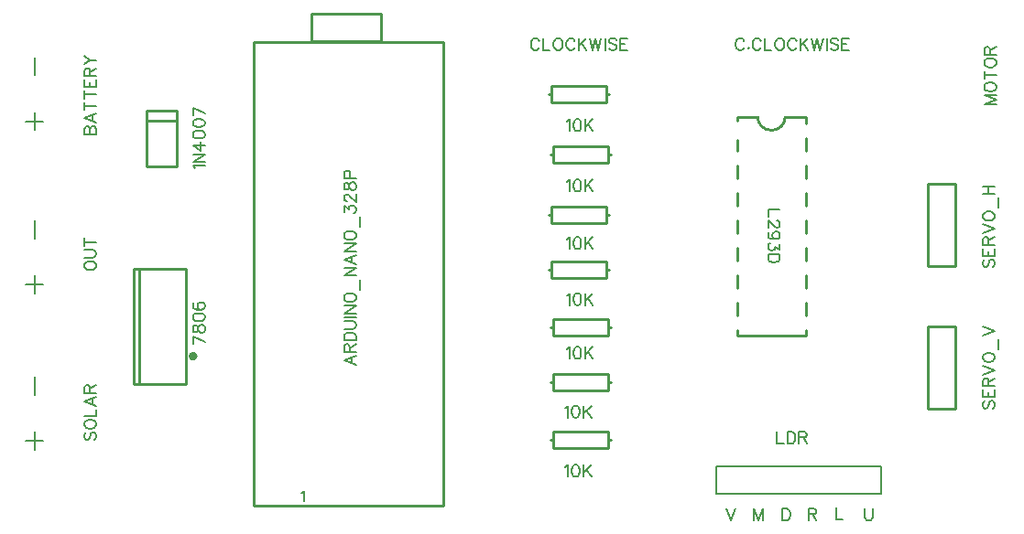
<source format=gto>
G04 Layer: TopSilkLayer*
G04 EasyEDA v6.4.17, 2021-05-05T15:15:58+05:30*
G04 32aec41ae17d46a98470db9f640d5259,83cefa92b6ce4236bac46178dd46d778,10*
G04 Gerber Generator version 0.2*
G04 Scale: 100 percent, Rotated: No, Reflected: No *
G04 Dimensions in millimeters *
G04 leading zeros omitted , absolute positions ,4 integer and 5 decimal *
%FSLAX45Y45*%
%MOMM*%

%ADD10C,0.2540*%
%ADD12C,0.2032*%
%ADD25C,0.2030*%
%ADD26C,0.4000*%
%ADD27C,0.1524*%

%LPD*%
D12*
X-9816592Y6331457D02*
G01*
X-9650476Y6331457D01*
X-9733534Y6248400D02*
G01*
X-9733534Y6414770D01*
X-9733534Y6756400D02*
G01*
X-9733534Y6922770D01*
X-9816592Y9290558D02*
G01*
X-9650476Y9290558D01*
X-9733534Y9207500D02*
G01*
X-9733534Y9373870D01*
X-9733534Y9715500D02*
G01*
X-9733534Y9881870D01*
X-9816592Y7779258D02*
G01*
X-9650476Y7779258D01*
X-9733534Y7696200D02*
G01*
X-9733534Y7862570D01*
X-9733534Y8204200D02*
G01*
X-9733534Y8370570D01*
D27*
X-2057400Y5703315D02*
G01*
X-2057400Y5625337D01*
X-2052320Y5609844D01*
X-2041905Y5599429D01*
X-2026157Y5594350D01*
X-2015744Y5594350D01*
X-2000250Y5599429D01*
X-1989836Y5609844D01*
X-1984755Y5625337D01*
X-1984755Y5703315D01*
X-2324100Y5716015D02*
G01*
X-2324100Y5607050D01*
X-2324100Y5607050D02*
G01*
X-2261870Y5607050D01*
X-2578100Y5703315D02*
G01*
X-2578100Y5594350D01*
X-2578100Y5703315D02*
G01*
X-2531363Y5703315D01*
X-2515870Y5698236D01*
X-2510536Y5692902D01*
X-2505455Y5682487D01*
X-2505455Y5672073D01*
X-2510536Y5661660D01*
X-2515870Y5656579D01*
X-2531363Y5651500D01*
X-2578100Y5651500D01*
X-2541778Y5651500D02*
G01*
X-2505455Y5594350D01*
X-2819400Y5703315D02*
G01*
X-2819400Y5594350D01*
X-2819400Y5703315D02*
G01*
X-2783078Y5703315D01*
X-2767329Y5698236D01*
X-2757170Y5687821D01*
X-2751836Y5677407D01*
X-2746755Y5661660D01*
X-2746755Y5635752D01*
X-2751836Y5620257D01*
X-2757170Y5609844D01*
X-2767329Y5599429D01*
X-2783078Y5594350D01*
X-2819400Y5594350D01*
X-3086100Y5703315D02*
G01*
X-3086100Y5594350D01*
X-3086100Y5703315D02*
G01*
X-3044444Y5594350D01*
X-3003042Y5703315D02*
G01*
X-3044444Y5594350D01*
X-3003042Y5703315D02*
G01*
X-3003042Y5594350D01*
X-3340100Y5703315D02*
G01*
X-3298444Y5594350D01*
X-3257042Y5703315D02*
G01*
X-3298444Y5594350D01*
X-4826000Y6088887D02*
G01*
X-4815586Y6094221D01*
X-4800092Y6109715D01*
X-4800092Y6000750D01*
X-4734560Y6109715D02*
G01*
X-4750054Y6104636D01*
X-4760468Y6088887D01*
X-4765802Y6062979D01*
X-4765802Y6047486D01*
X-4760468Y6021323D01*
X-4750054Y6005829D01*
X-4734560Y6000750D01*
X-4724145Y6000750D01*
X-4708652Y6005829D01*
X-4698237Y6021323D01*
X-4692904Y6047486D01*
X-4692904Y6062979D01*
X-4698237Y6088887D01*
X-4708652Y6104636D01*
X-4724145Y6109715D01*
X-4734560Y6109715D01*
X-4658613Y6109715D02*
G01*
X-4658613Y6000750D01*
X-4585970Y6109715D02*
G01*
X-4658613Y6037071D01*
X-4632705Y6062979D02*
G01*
X-4585970Y6000750D01*
X-4826000Y6634987D02*
G01*
X-4815586Y6640321D01*
X-4800092Y6655815D01*
X-4800092Y6546850D01*
X-4734560Y6655815D02*
G01*
X-4750054Y6650736D01*
X-4760468Y6634987D01*
X-4765802Y6609079D01*
X-4765802Y6593586D01*
X-4760468Y6567423D01*
X-4750054Y6551929D01*
X-4734560Y6546850D01*
X-4724145Y6546850D01*
X-4708652Y6551929D01*
X-4698237Y6567423D01*
X-4692904Y6593586D01*
X-4692904Y6609079D01*
X-4698237Y6634987D01*
X-4708652Y6650736D01*
X-4724145Y6655815D01*
X-4734560Y6655815D01*
X-4658613Y6655815D02*
G01*
X-4658613Y6546850D01*
X-4585970Y6655815D02*
G01*
X-4658613Y6583171D01*
X-4632705Y6609079D02*
G01*
X-4585970Y6546850D01*
X-4813300Y7181087D02*
G01*
X-4802886Y7186421D01*
X-4787392Y7201915D01*
X-4787392Y7092950D01*
X-4721860Y7201915D02*
G01*
X-4737354Y7196836D01*
X-4747768Y7181087D01*
X-4753102Y7155179D01*
X-4753102Y7139686D01*
X-4747768Y7113523D01*
X-4737354Y7098029D01*
X-4721860Y7092950D01*
X-4711445Y7092950D01*
X-4695952Y7098029D01*
X-4685537Y7113523D01*
X-4680204Y7139686D01*
X-4680204Y7155179D01*
X-4685537Y7181087D01*
X-4695952Y7196836D01*
X-4711445Y7201915D01*
X-4721860Y7201915D01*
X-4645913Y7201915D02*
G01*
X-4645913Y7092950D01*
X-4573270Y7201915D02*
G01*
X-4645913Y7129271D01*
X-4620005Y7155179D02*
G01*
X-4573270Y7092950D01*
X-4813300Y7676387D02*
G01*
X-4802886Y7681721D01*
X-4787392Y7697215D01*
X-4787392Y7588250D01*
X-4721860Y7697215D02*
G01*
X-4737354Y7692136D01*
X-4747768Y7676387D01*
X-4753102Y7650479D01*
X-4753102Y7634986D01*
X-4747768Y7608823D01*
X-4737354Y7593329D01*
X-4721860Y7588250D01*
X-4711445Y7588250D01*
X-4695952Y7593329D01*
X-4685537Y7608823D01*
X-4680204Y7634986D01*
X-4680204Y7650479D01*
X-4685537Y7676387D01*
X-4695952Y7692136D01*
X-4711445Y7697215D01*
X-4721860Y7697215D01*
X-4645913Y7697215D02*
G01*
X-4645913Y7588250D01*
X-4573270Y7697215D02*
G01*
X-4645913Y7624571D01*
X-4620005Y7650479D02*
G01*
X-4573270Y7588250D01*
X-4813300Y8197087D02*
G01*
X-4802886Y8202421D01*
X-4787392Y8217915D01*
X-4787392Y8108950D01*
X-4721860Y8217915D02*
G01*
X-4737354Y8212836D01*
X-4747768Y8197087D01*
X-4753102Y8171179D01*
X-4753102Y8155686D01*
X-4747768Y8129523D01*
X-4737354Y8114029D01*
X-4721860Y8108950D01*
X-4711445Y8108950D01*
X-4695952Y8114029D01*
X-4685537Y8129523D01*
X-4680204Y8155686D01*
X-4680204Y8171179D01*
X-4685537Y8197087D01*
X-4695952Y8212836D01*
X-4711445Y8217915D01*
X-4721860Y8217915D01*
X-4645913Y8217915D02*
G01*
X-4645913Y8108950D01*
X-4573270Y8217915D02*
G01*
X-4645913Y8145271D01*
X-4620005Y8171179D02*
G01*
X-4573270Y8108950D01*
X-4813300Y8730487D02*
G01*
X-4802886Y8735821D01*
X-4787392Y8751315D01*
X-4787392Y8642350D01*
X-4721860Y8751315D02*
G01*
X-4737354Y8746236D01*
X-4747768Y8730487D01*
X-4753102Y8704579D01*
X-4753102Y8689086D01*
X-4747768Y8662924D01*
X-4737354Y8647429D01*
X-4721860Y8642350D01*
X-4711445Y8642350D01*
X-4695952Y8647429D01*
X-4685537Y8662924D01*
X-4680204Y8689086D01*
X-4680204Y8704579D01*
X-4685537Y8730487D01*
X-4695952Y8746236D01*
X-4711445Y8751315D01*
X-4721860Y8751315D01*
X-4645913Y8751315D02*
G01*
X-4645913Y8642350D01*
X-4573270Y8751315D02*
G01*
X-4645913Y8678671D01*
X-4620005Y8704579D02*
G01*
X-4573270Y8642350D01*
X-8268715Y7298944D02*
G01*
X-8159750Y7247128D01*
X-8268715Y7226300D02*
G01*
X-8268715Y7298944D01*
X-8268715Y7359395D02*
G01*
X-8263636Y7343647D01*
X-8253221Y7338568D01*
X-8242808Y7338568D01*
X-8232394Y7343647D01*
X-8227060Y7354062D01*
X-8221979Y7374889D01*
X-8216900Y7390384D01*
X-8206486Y7400797D01*
X-8196071Y7406131D01*
X-8180323Y7406131D01*
X-8169910Y7400797D01*
X-8164829Y7395718D01*
X-8159750Y7379970D01*
X-8159750Y7359395D01*
X-8164829Y7343647D01*
X-8169910Y7338568D01*
X-8180323Y7333234D01*
X-8196071Y7333234D01*
X-8206486Y7338568D01*
X-8216900Y7348981D01*
X-8221979Y7364476D01*
X-8227060Y7385304D01*
X-8232394Y7395718D01*
X-8242808Y7400797D01*
X-8253221Y7400797D01*
X-8263636Y7395718D01*
X-8268715Y7379970D01*
X-8268715Y7359395D01*
X-8268715Y7471410D02*
G01*
X-8263636Y7455915D01*
X-8247887Y7445502D01*
X-8221979Y7440421D01*
X-8206486Y7440421D01*
X-8180323Y7445502D01*
X-8164829Y7455915D01*
X-8159750Y7471410D01*
X-8159750Y7481823D01*
X-8164829Y7497571D01*
X-8180323Y7507986D01*
X-8206486Y7513065D01*
X-8221979Y7513065D01*
X-8247887Y7507986D01*
X-8263636Y7497571D01*
X-8268715Y7481823D01*
X-8268715Y7471410D01*
X-8253221Y7609839D02*
G01*
X-8263636Y7604505D01*
X-8268715Y7589012D01*
X-8268715Y7578597D01*
X-8263636Y7562850D01*
X-8247887Y7552689D01*
X-8221979Y7547355D01*
X-8196071Y7547355D01*
X-8175244Y7552689D01*
X-8164829Y7562850D01*
X-8159750Y7578597D01*
X-8159750Y7583678D01*
X-8164829Y7599426D01*
X-8175244Y7609839D01*
X-8190737Y7614920D01*
X-8196071Y7614920D01*
X-8211565Y7609839D01*
X-8221979Y7599426D01*
X-8227060Y7583678D01*
X-8227060Y7578597D01*
X-8221979Y7562850D01*
X-8211565Y7552689D01*
X-8196071Y7547355D01*
X-950721Y8010144D02*
G01*
X-961136Y7999729D01*
X-966215Y7984236D01*
X-966215Y7963408D01*
X-961136Y7947913D01*
X-950721Y7937500D01*
X-940307Y7937500D01*
X-929894Y7942579D01*
X-924560Y7947913D01*
X-919479Y7958328D01*
X-909065Y7989570D01*
X-903986Y7999729D01*
X-898652Y8005063D01*
X-888237Y8010144D01*
X-872744Y8010144D01*
X-862329Y7999729D01*
X-857250Y7984236D01*
X-857250Y7963408D01*
X-862329Y7947913D01*
X-872744Y7937500D01*
X-966215Y8044434D02*
G01*
X-857250Y8044434D01*
X-966215Y8044434D02*
G01*
X-966215Y8111997D01*
X-914400Y8044434D02*
G01*
X-914400Y8086089D01*
X-857250Y8044434D02*
G01*
X-857250Y8111997D01*
X-966215Y8146287D02*
G01*
X-857250Y8146287D01*
X-966215Y8146287D02*
G01*
X-966215Y8193023D01*
X-961136Y8208771D01*
X-955802Y8213852D01*
X-945387Y8219186D01*
X-934973Y8219186D01*
X-924560Y8213852D01*
X-919479Y8208771D01*
X-914400Y8193023D01*
X-914400Y8146287D01*
X-914400Y8182610D02*
G01*
X-857250Y8219186D01*
X-966215Y8253476D02*
G01*
X-857250Y8294878D01*
X-966215Y8336534D02*
G01*
X-857250Y8294878D01*
X-966215Y8402065D02*
G01*
X-961136Y8391652D01*
X-950721Y8381237D01*
X-940307Y8375904D01*
X-924560Y8370823D01*
X-898652Y8370823D01*
X-883157Y8375904D01*
X-872744Y8381237D01*
X-862329Y8391652D01*
X-857250Y8402065D01*
X-857250Y8422639D01*
X-862329Y8433054D01*
X-872744Y8443468D01*
X-883157Y8448802D01*
X-898652Y8453881D01*
X-924560Y8453881D01*
X-940307Y8448802D01*
X-950721Y8443468D01*
X-961136Y8433054D01*
X-966215Y8422639D01*
X-966215Y8402065D01*
X-820673Y8488171D02*
G01*
X-820673Y8581644D01*
X-966215Y8615934D02*
G01*
X-857250Y8615934D01*
X-966215Y8688831D02*
G01*
X-857250Y8688831D01*
X-914400Y8615934D02*
G01*
X-914400Y8688831D01*
X-950721Y6702044D02*
G01*
X-961136Y6691629D01*
X-966215Y6676136D01*
X-966215Y6655308D01*
X-961136Y6639813D01*
X-950721Y6629400D01*
X-940307Y6629400D01*
X-929894Y6634479D01*
X-924560Y6639813D01*
X-919479Y6650228D01*
X-909065Y6681470D01*
X-903986Y6691629D01*
X-898652Y6696963D01*
X-888237Y6702044D01*
X-872744Y6702044D01*
X-862329Y6691629D01*
X-857250Y6676136D01*
X-857250Y6655308D01*
X-862329Y6639813D01*
X-872744Y6629400D01*
X-966215Y6736334D02*
G01*
X-857250Y6736334D01*
X-966215Y6736334D02*
G01*
X-966215Y6803897D01*
X-914400Y6736334D02*
G01*
X-914400Y6777989D01*
X-857250Y6736334D02*
G01*
X-857250Y6803897D01*
X-966215Y6838187D02*
G01*
X-857250Y6838187D01*
X-966215Y6838187D02*
G01*
X-966215Y6884923D01*
X-961136Y6900671D01*
X-955802Y6905752D01*
X-945387Y6911086D01*
X-934973Y6911086D01*
X-924560Y6905752D01*
X-919479Y6900671D01*
X-914400Y6884923D01*
X-914400Y6838187D01*
X-914400Y6874510D02*
G01*
X-857250Y6911086D01*
X-966215Y6945376D02*
G01*
X-857250Y6986778D01*
X-966215Y7028434D02*
G01*
X-857250Y6986778D01*
X-966215Y7093965D02*
G01*
X-961136Y7083552D01*
X-950721Y7073137D01*
X-940307Y7067804D01*
X-924560Y7062723D01*
X-898652Y7062723D01*
X-883157Y7067804D01*
X-872744Y7073137D01*
X-862329Y7083552D01*
X-857250Y7093965D01*
X-857250Y7114539D01*
X-862329Y7124954D01*
X-872744Y7135368D01*
X-883157Y7140702D01*
X-898652Y7145781D01*
X-924560Y7145781D01*
X-940307Y7140702D01*
X-950721Y7135368D01*
X-961136Y7124954D01*
X-966215Y7114539D01*
X-966215Y7093965D01*
X-820673Y7180071D02*
G01*
X-820673Y7273544D01*
X-966215Y7307834D02*
G01*
X-857250Y7349489D01*
X-966215Y7391145D02*
G01*
X-857250Y7349489D01*
X-2870200Y6414515D02*
G01*
X-2870200Y6305550D01*
X-2870200Y6305550D02*
G01*
X-2807970Y6305550D01*
X-2773679Y6414515D02*
G01*
X-2773679Y6305550D01*
X-2773679Y6414515D02*
G01*
X-2737104Y6414515D01*
X-2721610Y6409436D01*
X-2711195Y6399021D01*
X-2706115Y6388607D01*
X-2700781Y6372860D01*
X-2700781Y6346952D01*
X-2706115Y6331457D01*
X-2711195Y6321044D01*
X-2721610Y6310629D01*
X-2737104Y6305550D01*
X-2773679Y6305550D01*
X-2666492Y6414515D02*
G01*
X-2666492Y6305550D01*
X-2666492Y6414515D02*
G01*
X-2619755Y6414515D01*
X-2604262Y6409436D01*
X-2598928Y6404102D01*
X-2593847Y6393687D01*
X-2593847Y6383273D01*
X-2598928Y6372860D01*
X-2604262Y6367779D01*
X-2619755Y6362700D01*
X-2666492Y6362700D01*
X-2630170Y6362700D02*
G01*
X-2593847Y6305550D01*
X-6871715Y7077455D02*
G01*
X-6762750Y7035800D01*
X-6871715Y7077455D02*
G01*
X-6762750Y7118858D01*
X-6799071Y7051294D02*
G01*
X-6799071Y7103363D01*
X-6871715Y7153147D02*
G01*
X-6762750Y7153147D01*
X-6871715Y7153147D02*
G01*
X-6871715Y7199884D01*
X-6866636Y7215631D01*
X-6861302Y7220712D01*
X-6850887Y7226045D01*
X-6840473Y7226045D01*
X-6830060Y7220712D01*
X-6824979Y7215631D01*
X-6819900Y7199884D01*
X-6819900Y7153147D01*
X-6819900Y7189470D02*
G01*
X-6762750Y7226045D01*
X-6871715Y7260336D02*
G01*
X-6762750Y7260336D01*
X-6871715Y7260336D02*
G01*
X-6871715Y7296658D01*
X-6866636Y7312152D01*
X-6856221Y7322565D01*
X-6845808Y7327900D01*
X-6830060Y7332979D01*
X-6804152Y7332979D01*
X-6788658Y7327900D01*
X-6778244Y7322565D01*
X-6767829Y7312152D01*
X-6762750Y7296658D01*
X-6762750Y7260336D01*
X-6871715Y7367270D02*
G01*
X-6793737Y7367270D01*
X-6778244Y7372350D01*
X-6767829Y7382763D01*
X-6762750Y7398512D01*
X-6762750Y7408926D01*
X-6767829Y7424420D01*
X-6778244Y7434834D01*
X-6793737Y7439913D01*
X-6871715Y7439913D01*
X-6871715Y7474204D02*
G01*
X-6762750Y7474204D01*
X-6871715Y7508494D02*
G01*
X-6762750Y7508494D01*
X-6871715Y7508494D02*
G01*
X-6762750Y7581392D01*
X-6871715Y7581392D02*
G01*
X-6762750Y7581392D01*
X-6871715Y7646670D02*
G01*
X-6866636Y7636510D01*
X-6856221Y7626095D01*
X-6845808Y7620762D01*
X-6830060Y7615681D01*
X-6804152Y7615681D01*
X-6788658Y7620762D01*
X-6778244Y7626095D01*
X-6767829Y7636510D01*
X-6762750Y7646670D01*
X-6762750Y7667497D01*
X-6767829Y7677912D01*
X-6778244Y7688326D01*
X-6788658Y7693660D01*
X-6804152Y7698739D01*
X-6830060Y7698739D01*
X-6845808Y7693660D01*
X-6856221Y7688326D01*
X-6866636Y7677912D01*
X-6871715Y7667497D01*
X-6871715Y7646670D01*
X-6726173Y7733029D02*
G01*
X-6726173Y7826502D01*
X-6871715Y7860792D02*
G01*
X-6762750Y7860792D01*
X-6871715Y7860792D02*
G01*
X-6762750Y7933689D01*
X-6871715Y7933689D02*
G01*
X-6762750Y7933689D01*
X-6871715Y8009381D02*
G01*
X-6762750Y7967979D01*
X-6871715Y8009381D02*
G01*
X-6762750Y8051037D01*
X-6799071Y7983473D02*
G01*
X-6799071Y8035289D01*
X-6871715Y8085328D02*
G01*
X-6762750Y8085328D01*
X-6871715Y8085328D02*
G01*
X-6762750Y8157971D01*
X-6871715Y8157971D02*
G01*
X-6762750Y8157971D01*
X-6871715Y8223504D02*
G01*
X-6866636Y8213089D01*
X-6856221Y8202676D01*
X-6845808Y8197595D01*
X-6830060Y8192262D01*
X-6804152Y8192262D01*
X-6788658Y8197595D01*
X-6778244Y8202676D01*
X-6767829Y8213089D01*
X-6762750Y8223504D01*
X-6762750Y8244331D01*
X-6767829Y8254745D01*
X-6778244Y8265160D01*
X-6788658Y8270239D01*
X-6804152Y8275320D01*
X-6830060Y8275320D01*
X-6845808Y8270239D01*
X-6856221Y8265160D01*
X-6866636Y8254745D01*
X-6871715Y8244331D01*
X-6871715Y8223504D01*
X-6726173Y8309610D02*
G01*
X-6726173Y8403336D01*
X-6871715Y8448039D02*
G01*
X-6871715Y8505189D01*
X-6830060Y8473947D01*
X-6830060Y8489442D01*
X-6824979Y8499855D01*
X-6819900Y8505189D01*
X-6804152Y8510270D01*
X-6793737Y8510270D01*
X-6778244Y8505189D01*
X-6767829Y8494776D01*
X-6762750Y8479028D01*
X-6762750Y8463534D01*
X-6767829Y8448039D01*
X-6772910Y8442705D01*
X-6783323Y8437626D01*
X-6845808Y8549639D02*
G01*
X-6850887Y8549639D01*
X-6861302Y8554974D01*
X-6866636Y8560054D01*
X-6871715Y8570468D01*
X-6871715Y8591295D01*
X-6866636Y8601710D01*
X-6861302Y8606789D01*
X-6850887Y8612124D01*
X-6840473Y8612124D01*
X-6830060Y8606789D01*
X-6814565Y8596629D01*
X-6762750Y8544560D01*
X-6762750Y8617204D01*
X-6871715Y8677655D02*
G01*
X-6866636Y8661908D01*
X-6856221Y8656828D01*
X-6845808Y8656828D01*
X-6835394Y8661908D01*
X-6830060Y8672321D01*
X-6824979Y8693150D01*
X-6819900Y8708644D01*
X-6809486Y8719058D01*
X-6799071Y8724392D01*
X-6783323Y8724392D01*
X-6772910Y8719058D01*
X-6767829Y8713978D01*
X-6762750Y8698229D01*
X-6762750Y8677655D01*
X-6767829Y8661908D01*
X-6772910Y8656828D01*
X-6783323Y8651494D01*
X-6799071Y8651494D01*
X-6809486Y8656828D01*
X-6819900Y8667242D01*
X-6824979Y8682736D01*
X-6830060Y8703563D01*
X-6835394Y8713978D01*
X-6845808Y8719058D01*
X-6856221Y8719058D01*
X-6866636Y8713978D01*
X-6871715Y8698229D01*
X-6871715Y8677655D01*
X-6871715Y8758681D02*
G01*
X-6762750Y8758681D01*
X-6871715Y8758681D02*
G01*
X-6871715Y8805418D01*
X-6866636Y8820912D01*
X-6861302Y8826245D01*
X-6850887Y8831326D01*
X-6835394Y8831326D01*
X-6824979Y8826245D01*
X-6819900Y8820912D01*
X-6814565Y8805418D01*
X-6814565Y8758681D01*
D12*
X-7264400Y5849109D02*
G01*
X-7255255Y5853681D01*
X-7241794Y5867397D01*
X-7241794Y5771893D01*
D27*
X-9272015Y9169400D02*
G01*
X-9163050Y9169400D01*
X-9272015Y9169400D02*
G01*
X-9272015Y9216136D01*
X-9266936Y9231629D01*
X-9261602Y9236963D01*
X-9251187Y9242044D01*
X-9240774Y9242044D01*
X-9230360Y9236963D01*
X-9225279Y9231629D01*
X-9220200Y9216136D01*
X-9220200Y9169400D02*
G01*
X-9220200Y9216136D01*
X-9214865Y9231629D01*
X-9209786Y9236963D01*
X-9199371Y9242044D01*
X-9183624Y9242044D01*
X-9173210Y9236963D01*
X-9168129Y9231629D01*
X-9163050Y9216136D01*
X-9163050Y9169400D01*
X-9272015Y9317989D02*
G01*
X-9163050Y9276334D01*
X-9272015Y9317989D02*
G01*
X-9163050Y9359645D01*
X-9199371Y9292081D02*
G01*
X-9199371Y9343897D01*
X-9272015Y9430258D02*
G01*
X-9163050Y9430258D01*
X-9272015Y9393936D02*
G01*
X-9272015Y9466579D01*
X-9272015Y9537192D02*
G01*
X-9163050Y9537192D01*
X-9272015Y9500870D02*
G01*
X-9272015Y9573513D01*
X-9272015Y9607804D02*
G01*
X-9163050Y9607804D01*
X-9272015Y9607804D02*
G01*
X-9272015Y9675368D01*
X-9220200Y9607804D02*
G01*
X-9220200Y9649460D01*
X-9163050Y9607804D02*
G01*
X-9163050Y9675368D01*
X-9272015Y9709658D02*
G01*
X-9163050Y9709658D01*
X-9272015Y9709658D02*
G01*
X-9272015Y9756394D01*
X-9266936Y9772142D01*
X-9261602Y9777221D01*
X-9251187Y9782555D01*
X-9240774Y9782555D01*
X-9230360Y9777221D01*
X-9225279Y9772142D01*
X-9220200Y9756394D01*
X-9220200Y9709658D01*
X-9220200Y9745979D02*
G01*
X-9163050Y9782555D01*
X-9272015Y9816845D02*
G01*
X-9220200Y9858247D01*
X-9163050Y9858247D01*
X-9272015Y9899904D02*
G01*
X-9220200Y9858247D01*
X-5065521Y10033508D02*
G01*
X-5070855Y10043921D01*
X-5081270Y10054336D01*
X-5091429Y10059415D01*
X-5112257Y10059415D01*
X-5122671Y10054336D01*
X-5133086Y10043921D01*
X-5138420Y10033508D01*
X-5143500Y10017760D01*
X-5143500Y9991852D01*
X-5138420Y9976358D01*
X-5133086Y9965944D01*
X-5122671Y9955529D01*
X-5112257Y9950450D01*
X-5091429Y9950450D01*
X-5081270Y9955529D01*
X-5070855Y9965944D01*
X-5065521Y9976358D01*
X-5031231Y10059415D02*
G01*
X-5031231Y9950450D01*
X-5031231Y9950450D02*
G01*
X-4969002Y9950450D01*
X-4903470Y10059415D02*
G01*
X-4913884Y10054336D01*
X-4924297Y10043921D01*
X-4929378Y10033508D01*
X-4934712Y10017760D01*
X-4934712Y9991852D01*
X-4929378Y9976358D01*
X-4924297Y9965944D01*
X-4913884Y9955529D01*
X-4903470Y9950450D01*
X-4882642Y9950450D01*
X-4872228Y9955529D01*
X-4861813Y9965944D01*
X-4856734Y9976358D01*
X-4851400Y9991852D01*
X-4851400Y10017760D01*
X-4856734Y10033508D01*
X-4861813Y10043921D01*
X-4872228Y10054336D01*
X-4882642Y10059415D01*
X-4903470Y10059415D01*
X-4739386Y10033508D02*
G01*
X-4744465Y10043921D01*
X-4754879Y10054336D01*
X-4765294Y10059415D01*
X-4786121Y10059415D01*
X-4796536Y10054336D01*
X-4806950Y10043921D01*
X-4812029Y10033508D01*
X-4817110Y10017760D01*
X-4817110Y9991852D01*
X-4812029Y9976358D01*
X-4806950Y9965944D01*
X-4796536Y9955529D01*
X-4786121Y9950450D01*
X-4765294Y9950450D01*
X-4754879Y9955529D01*
X-4744465Y9965944D01*
X-4739386Y9976358D01*
X-4705095Y10059415D02*
G01*
X-4705095Y9950450D01*
X-4632197Y10059415D02*
G01*
X-4705095Y9986771D01*
X-4678934Y10012679D02*
G01*
X-4632197Y9950450D01*
X-4597907Y10059415D02*
G01*
X-4572000Y9950450D01*
X-4546092Y10059415D02*
G01*
X-4572000Y9950450D01*
X-4546092Y10059415D02*
G01*
X-4519929Y9950450D01*
X-4494021Y10059415D02*
G01*
X-4519929Y9950450D01*
X-4459731Y10059415D02*
G01*
X-4459731Y9950450D01*
X-4352797Y10043921D02*
G01*
X-4363212Y10054336D01*
X-4378705Y10059415D01*
X-4399534Y10059415D01*
X-4415028Y10054336D01*
X-4425442Y10043921D01*
X-4425442Y10033508D01*
X-4420362Y10023094D01*
X-4415028Y10017760D01*
X-4404613Y10012679D01*
X-4373626Y10002265D01*
X-4363212Y9997186D01*
X-4357878Y9991852D01*
X-4352797Y9981437D01*
X-4352797Y9965944D01*
X-4363212Y9955529D01*
X-4378705Y9950450D01*
X-4399534Y9950450D01*
X-4415028Y9955529D01*
X-4425442Y9965944D01*
X-4318507Y10059415D02*
G01*
X-4318507Y9950450D01*
X-4318507Y10059415D02*
G01*
X-4250944Y10059415D01*
X-4318507Y10007600D02*
G01*
X-4276852Y10007600D01*
X-4318507Y9950450D02*
G01*
X-4250944Y9950450D01*
X-9272015Y7943342D02*
G01*
X-9266936Y7932928D01*
X-9256521Y7922513D01*
X-9246108Y7917179D01*
X-9230360Y7912100D01*
X-9204452Y7912100D01*
X-9188958Y7917179D01*
X-9178544Y7922513D01*
X-9168129Y7932928D01*
X-9163050Y7943342D01*
X-9163050Y7964170D01*
X-9168129Y7974329D01*
X-9178544Y7984744D01*
X-9188958Y7990078D01*
X-9204452Y7995158D01*
X-9230360Y7995158D01*
X-9246108Y7990078D01*
X-9256521Y7984744D01*
X-9266936Y7974329D01*
X-9272015Y7964170D01*
X-9272015Y7943342D01*
X-9272015Y8029447D02*
G01*
X-9194037Y8029447D01*
X-9178544Y8034781D01*
X-9168129Y8045195D01*
X-9163050Y8060689D01*
X-9163050Y8071104D01*
X-9168129Y8086597D01*
X-9178544Y8097012D01*
X-9194037Y8102345D01*
X-9272015Y8102345D01*
X-9272015Y8172958D02*
G01*
X-9163050Y8172958D01*
X-9272015Y8136636D02*
G01*
X-9272015Y8209279D01*
X-9256521Y6409944D02*
G01*
X-9266936Y6399529D01*
X-9272015Y6384036D01*
X-9272015Y6363207D01*
X-9266936Y6347713D01*
X-9256521Y6337300D01*
X-9246108Y6337300D01*
X-9235694Y6342379D01*
X-9230360Y6347713D01*
X-9225279Y6358128D01*
X-9214865Y6389370D01*
X-9209786Y6399529D01*
X-9204452Y6404863D01*
X-9194037Y6409944D01*
X-9178544Y6409944D01*
X-9168129Y6399529D01*
X-9163050Y6384036D01*
X-9163050Y6363207D01*
X-9168129Y6347713D01*
X-9178544Y6337300D01*
X-9272015Y6475476D02*
G01*
X-9266936Y6465062D01*
X-9256521Y6454647D01*
X-9246108Y6449568D01*
X-9230360Y6444234D01*
X-9204452Y6444234D01*
X-9188958Y6449568D01*
X-9178544Y6454647D01*
X-9168129Y6465062D01*
X-9163050Y6475476D01*
X-9163050Y6496304D01*
X-9168129Y6506718D01*
X-9178544Y6517131D01*
X-9188958Y6522212D01*
X-9204452Y6527545D01*
X-9230360Y6527545D01*
X-9246108Y6522212D01*
X-9256521Y6517131D01*
X-9266936Y6506718D01*
X-9272015Y6496304D01*
X-9272015Y6475476D01*
X-9272015Y6561836D02*
G01*
X-9163050Y6561836D01*
X-9163050Y6561836D02*
G01*
X-9163050Y6624065D01*
X-9272015Y6700012D02*
G01*
X-9163050Y6658355D01*
X-9272015Y6700012D02*
G01*
X-9163050Y6741413D01*
X-9199371Y6673850D02*
G01*
X-9199371Y6725920D01*
X-9272015Y6775704D02*
G01*
X-9163050Y6775704D01*
X-9272015Y6775704D02*
G01*
X-9272015Y6822439D01*
X-9266936Y6838187D01*
X-9261602Y6843268D01*
X-9251187Y6848602D01*
X-9240774Y6848602D01*
X-9230360Y6843268D01*
X-9225279Y6838187D01*
X-9220200Y6822439D01*
X-9220200Y6775704D01*
X-9220200Y6812279D02*
G01*
X-9163050Y6848602D01*
X-953515Y9448800D02*
G01*
X-844550Y9448800D01*
X-953515Y9448800D02*
G01*
X-844550Y9490455D01*
X-953515Y9531858D02*
G01*
X-844550Y9490455D01*
X-953515Y9531858D02*
G01*
X-844550Y9531858D01*
X-953515Y9597389D02*
G01*
X-948436Y9586976D01*
X-938021Y9576562D01*
X-927607Y9571481D01*
X-911860Y9566147D01*
X-885952Y9566147D01*
X-870457Y9571481D01*
X-860044Y9576562D01*
X-849629Y9586976D01*
X-844550Y9597389D01*
X-844550Y9618218D01*
X-849629Y9628631D01*
X-860044Y9639045D01*
X-870457Y9644126D01*
X-885952Y9649460D01*
X-911860Y9649460D01*
X-927607Y9644126D01*
X-938021Y9639045D01*
X-948436Y9628631D01*
X-953515Y9618218D01*
X-953515Y9597389D01*
X-953515Y9720071D02*
G01*
X-844550Y9720071D01*
X-953515Y9683750D02*
G01*
X-953515Y9756394D01*
X-953515Y9821926D02*
G01*
X-948436Y9811512D01*
X-938021Y9801097D01*
X-927607Y9795763D01*
X-911860Y9790684D01*
X-885952Y9790684D01*
X-870457Y9795763D01*
X-860044Y9801097D01*
X-849629Y9811512D01*
X-844550Y9821926D01*
X-844550Y9842500D01*
X-849629Y9852913D01*
X-860044Y9863328D01*
X-870457Y9868662D01*
X-885952Y9873742D01*
X-911860Y9873742D01*
X-927607Y9868662D01*
X-938021Y9863328D01*
X-948436Y9852913D01*
X-953515Y9842500D01*
X-953515Y9821926D01*
X-953515Y9908031D02*
G01*
X-844550Y9908031D01*
X-953515Y9908031D02*
G01*
X-953515Y9954768D01*
X-948436Y9970515D01*
X-943102Y9975595D01*
X-932687Y9980929D01*
X-922273Y9980929D01*
X-911860Y9975595D01*
X-906779Y9970515D01*
X-901700Y9954768D01*
X-901700Y9908031D01*
X-901700Y9944354D02*
G01*
X-844550Y9980929D01*
X-3173221Y10033508D02*
G01*
X-3178555Y10043921D01*
X-3188970Y10054336D01*
X-3199129Y10059415D01*
X-3219957Y10059415D01*
X-3230371Y10054336D01*
X-3240786Y10043921D01*
X-3246120Y10033508D01*
X-3251200Y10017760D01*
X-3251200Y9991852D01*
X-3246120Y9976358D01*
X-3240786Y9965944D01*
X-3230371Y9955529D01*
X-3219957Y9950450D01*
X-3199129Y9950450D01*
X-3188970Y9955529D01*
X-3178555Y9965944D01*
X-3173221Y9976358D01*
X-3133852Y9976358D02*
G01*
X-3138931Y9971024D01*
X-3133852Y9965944D01*
X-3128518Y9971024D01*
X-3133852Y9976358D01*
X-3016250Y10033508D02*
G01*
X-3021584Y10043921D01*
X-3031997Y10054336D01*
X-3042412Y10059415D01*
X-3063239Y10059415D01*
X-3073400Y10054336D01*
X-3083813Y10043921D01*
X-3089147Y10033508D01*
X-3094228Y10017760D01*
X-3094228Y9991852D01*
X-3089147Y9976358D01*
X-3083813Y9965944D01*
X-3073400Y9955529D01*
X-3063239Y9950450D01*
X-3042412Y9950450D01*
X-3031997Y9955529D01*
X-3021584Y9965944D01*
X-3016250Y9976358D01*
X-2981960Y10059415D02*
G01*
X-2981960Y9950450D01*
X-2981960Y9950450D02*
G01*
X-2919729Y9950450D01*
X-2854197Y10059415D02*
G01*
X-2864612Y10054336D01*
X-2875026Y10043921D01*
X-2880360Y10033508D01*
X-2885439Y10017760D01*
X-2885439Y9991852D01*
X-2880360Y9976358D01*
X-2875026Y9965944D01*
X-2864612Y9955529D01*
X-2854197Y9950450D01*
X-2833370Y9950450D01*
X-2823210Y9955529D01*
X-2812795Y9965944D01*
X-2807462Y9976358D01*
X-2802381Y9991852D01*
X-2802381Y10017760D01*
X-2807462Y10033508D01*
X-2812795Y10043921D01*
X-2823210Y10054336D01*
X-2833370Y10059415D01*
X-2854197Y10059415D01*
X-2690113Y10033508D02*
G01*
X-2695194Y10043921D01*
X-2705607Y10054336D01*
X-2716021Y10059415D01*
X-2736850Y10059415D01*
X-2747263Y10054336D01*
X-2757678Y10043921D01*
X-2762757Y10033508D01*
X-2768092Y10017760D01*
X-2768092Y9991852D01*
X-2762757Y9976358D01*
X-2757678Y9965944D01*
X-2747263Y9955529D01*
X-2736850Y9950450D01*
X-2716021Y9950450D01*
X-2705607Y9955529D01*
X-2695194Y9965944D01*
X-2690113Y9976358D01*
X-2655823Y10059415D02*
G01*
X-2655823Y9950450D01*
X-2583179Y10059415D02*
G01*
X-2655823Y9986771D01*
X-2629915Y10012679D02*
G01*
X-2583179Y9950450D01*
X-2548889Y10059415D02*
G01*
X-2522728Y9950450D01*
X-2496820Y10059415D02*
G01*
X-2522728Y9950450D01*
X-2496820Y10059415D02*
G01*
X-2470912Y9950450D01*
X-2444750Y10059415D02*
G01*
X-2470912Y9950450D01*
X-2410460Y10059415D02*
G01*
X-2410460Y9950450D01*
X-2303526Y10043921D02*
G01*
X-2313939Y10054336D01*
X-2329434Y10059415D01*
X-2350262Y10059415D01*
X-2366010Y10054336D01*
X-2376170Y10043921D01*
X-2376170Y10033508D01*
X-2371089Y10023094D01*
X-2366010Y10017760D01*
X-2355595Y10012679D01*
X-2324354Y10002265D01*
X-2313939Y9997186D01*
X-2308860Y9991852D01*
X-2303526Y9981437D01*
X-2303526Y9965944D01*
X-2313939Y9955529D01*
X-2329434Y9950450D01*
X-2350262Y9950450D01*
X-2366010Y9955529D01*
X-2376170Y9965944D01*
X-2269236Y10059415D02*
G01*
X-2269236Y9950450D01*
X-2269236Y10059415D02*
G01*
X-2201671Y10059415D01*
X-2269236Y10007600D02*
G01*
X-2227579Y10007600D01*
X-2269236Y9950450D02*
G01*
X-2201671Y9950450D01*
X-4813300Y9289287D02*
G01*
X-4802886Y9294621D01*
X-4787392Y9310115D01*
X-4787392Y9201150D01*
X-4721860Y9310115D02*
G01*
X-4737354Y9305036D01*
X-4747768Y9289287D01*
X-4753102Y9263379D01*
X-4753102Y9247886D01*
X-4747768Y9221724D01*
X-4737354Y9206229D01*
X-4721860Y9201150D01*
X-4711445Y9201150D01*
X-4695952Y9206229D01*
X-4685537Y9221724D01*
X-4680204Y9247886D01*
X-4680204Y9263379D01*
X-4685537Y9289287D01*
X-4695952Y9305036D01*
X-4711445Y9310115D01*
X-4721860Y9310115D01*
X-4645913Y9310115D02*
G01*
X-4645913Y9201150D01*
X-4573270Y9310115D02*
G01*
X-4645913Y9237471D01*
X-4620005Y9263379D02*
G01*
X-4573270Y9201150D01*
X-2843784Y8470900D02*
G01*
X-2952750Y8470900D01*
X-2952750Y8470900D02*
G01*
X-2952750Y8408670D01*
X-2869692Y8369045D02*
G01*
X-2864612Y8369045D01*
X-2854197Y8363965D01*
X-2848863Y8358631D01*
X-2843784Y8348218D01*
X-2843784Y8327389D01*
X-2848863Y8317229D01*
X-2854197Y8311895D01*
X-2864612Y8306815D01*
X-2875026Y8306815D01*
X-2885439Y8311895D01*
X-2900934Y8322310D01*
X-2952750Y8374379D01*
X-2952750Y8301481D01*
X-2880105Y8199628D02*
G01*
X-2895600Y8204962D01*
X-2906013Y8215376D01*
X-2911347Y8230870D01*
X-2911347Y8235950D01*
X-2906013Y8251697D01*
X-2895600Y8262112D01*
X-2880105Y8267192D01*
X-2875026Y8267192D01*
X-2859278Y8262112D01*
X-2848863Y8251697D01*
X-2843784Y8235950D01*
X-2843784Y8230870D01*
X-2848863Y8215376D01*
X-2859278Y8204962D01*
X-2880105Y8199628D01*
X-2906013Y8199628D01*
X-2932176Y8204962D01*
X-2947670Y8215376D01*
X-2952750Y8230870D01*
X-2952750Y8241284D01*
X-2947670Y8256778D01*
X-2937255Y8262112D01*
X-2843784Y8154923D02*
G01*
X-2843784Y8097773D01*
X-2885439Y8129015D01*
X-2885439Y8113521D01*
X-2890520Y8103108D01*
X-2895600Y8097773D01*
X-2911347Y8092694D01*
X-2921762Y8092694D01*
X-2937255Y8097773D01*
X-2947670Y8108187D01*
X-2952750Y8123936D01*
X-2952750Y8139429D01*
X-2947670Y8154923D01*
X-2942589Y8160258D01*
X-2932176Y8165337D01*
X-2843784Y8058404D02*
G01*
X-2952750Y8058404D01*
X-2843784Y8058404D02*
G01*
X-2843784Y8022081D01*
X-2848863Y8006334D01*
X-2859278Y7995920D01*
X-2869692Y7990839D01*
X-2885439Y7985760D01*
X-2911347Y7985760D01*
X-2926842Y7990839D01*
X-2937255Y7995920D01*
X-2947670Y8006334D01*
X-2952750Y8022081D01*
X-2952750Y8058404D01*
X-8247887Y8851900D02*
G01*
X-8253221Y8862313D01*
X-8268715Y8877808D01*
X-8159750Y8877808D01*
X-8268715Y8912097D02*
G01*
X-8159750Y8912097D01*
X-8268715Y8912097D02*
G01*
X-8159750Y8984995D01*
X-8268715Y8984995D02*
G01*
X-8159750Y8984995D01*
X-8268715Y9071102D02*
G01*
X-8196071Y9019286D01*
X-8196071Y9097010D01*
X-8268715Y9071102D02*
G01*
X-8159750Y9071102D01*
X-8268715Y9162542D02*
G01*
X-8263636Y9147047D01*
X-8247887Y9136634D01*
X-8221979Y9131300D01*
X-8206486Y9131300D01*
X-8180323Y9136634D01*
X-8164829Y9147047D01*
X-8159750Y9162542D01*
X-8159750Y9172955D01*
X-8164829Y9188450D01*
X-8180323Y9198863D01*
X-8206486Y9204197D01*
X-8221979Y9204197D01*
X-8247887Y9198863D01*
X-8263636Y9188450D01*
X-8268715Y9172955D01*
X-8268715Y9162542D01*
X-8268715Y9269729D02*
G01*
X-8263636Y9253981D01*
X-8247887Y9243568D01*
X-8221979Y9238487D01*
X-8206486Y9238487D01*
X-8180323Y9243568D01*
X-8164829Y9253981D01*
X-8159750Y9269729D01*
X-8159750Y9279889D01*
X-8164829Y9295637D01*
X-8180323Y9306052D01*
X-8206486Y9311131D01*
X-8221979Y9311131D01*
X-8247887Y9306052D01*
X-8263636Y9295637D01*
X-8268715Y9279889D01*
X-8268715Y9269729D01*
X-8268715Y9418320D02*
G01*
X-8159750Y9366250D01*
X-8268715Y9345421D02*
G01*
X-8268715Y9418320D01*
D10*
X-8764396Y7921396D02*
G01*
X-8764396Y6861403D01*
X-8814308Y6861302D02*
G01*
X-8814308Y7921497D01*
X-8334502Y7921497D01*
X-8334502Y6861302D01*
X-8813800Y6861302D01*
X-8814308Y6861302D01*
X-1473200Y8712200D02*
G01*
X-1219200Y8712200D01*
X-1219200Y7950200D01*
X-1473200Y7950200D01*
X-1473200Y8712200D01*
X-1473200Y7391400D02*
G01*
X-1219200Y7391400D01*
X-1219200Y6629400D01*
X-1473200Y6629400D01*
X-1473200Y7391400D01*
D12*
X-3238500Y6096000D02*
G01*
X-3429000Y6096000D01*
X-3429000Y5842000D01*
X-1905000Y5842000D01*
X-1905000Y6096000D01*
D25*
X-1905000Y6096000D02*
G01*
X-3238500Y6096000D01*
D10*
X-7175500Y10287000D02*
G01*
X-6527800Y10287000D01*
X-6527800Y10033000D01*
X-7175500Y10033000D01*
X-7175500Y10287000D01*
X-7706309Y10027691D02*
G01*
X-5956300Y10027691D01*
X-5956300Y5727700D01*
X-7706309Y5727700D01*
X-7706309Y10027691D01*
X-4940300Y6337300D02*
G01*
X-4965700Y6337300D01*
X-4432300Y6337300D02*
G01*
X-4406900Y6337300D01*
X-4940300Y6337300D02*
G01*
X-4940300Y6413500D01*
X-4940300Y6261100D02*
G01*
X-4940300Y6337300D01*
X-4432300Y6261100D02*
G01*
X-4940300Y6261100D01*
X-4432300Y6337300D02*
G01*
X-4432300Y6261100D01*
X-4432300Y6413500D02*
G01*
X-4432300Y6337300D01*
X-4940300Y6413500D02*
G01*
X-4432300Y6413500D01*
X-4953000Y8420100D02*
G01*
X-4978400Y8420100D01*
X-4445000Y8420100D02*
G01*
X-4419600Y8420100D01*
X-4953000Y8420100D02*
G01*
X-4953000Y8496300D01*
X-4953000Y8343900D02*
G01*
X-4953000Y8420100D01*
X-4445000Y8343900D02*
G01*
X-4953000Y8343900D01*
X-4445000Y8420100D02*
G01*
X-4445000Y8343900D01*
X-4445000Y8496300D02*
G01*
X-4445000Y8420100D01*
X-4953000Y8496300D02*
G01*
X-4445000Y8496300D01*
X-4953000Y7912100D02*
G01*
X-4978400Y7912100D01*
X-4445000Y7912100D02*
G01*
X-4419600Y7912100D01*
X-4953000Y7912100D02*
G01*
X-4953000Y7988300D01*
X-4953000Y7835900D02*
G01*
X-4953000Y7912100D01*
X-4445000Y7835900D02*
G01*
X-4953000Y7835900D01*
X-4445000Y7912100D02*
G01*
X-4445000Y7835900D01*
X-4445000Y7988300D02*
G01*
X-4445000Y7912100D01*
X-4953000Y7988300D02*
G01*
X-4445000Y7988300D01*
X-4940300Y7378700D02*
G01*
X-4965700Y7378700D01*
X-4432300Y7378700D02*
G01*
X-4406900Y7378700D01*
X-4940300Y7378700D02*
G01*
X-4940300Y7454900D01*
X-4940300Y7302500D02*
G01*
X-4940300Y7378700D01*
X-4432300Y7302500D02*
G01*
X-4940300Y7302500D01*
X-4432300Y7378700D02*
G01*
X-4432300Y7302500D01*
X-4432300Y7454900D02*
G01*
X-4432300Y7378700D01*
X-4940300Y7454900D02*
G01*
X-4432300Y7454900D01*
X-4940300Y6870700D02*
G01*
X-4965700Y6870700D01*
X-4432300Y6870700D02*
G01*
X-4406900Y6870700D01*
X-4940300Y6870700D02*
G01*
X-4940300Y6946900D01*
X-4940300Y6794500D02*
G01*
X-4940300Y6870700D01*
X-4432300Y6794500D02*
G01*
X-4940300Y6794500D01*
X-4432300Y6870700D02*
G01*
X-4432300Y6794500D01*
X-4432300Y6946900D02*
G01*
X-4432300Y6870700D01*
X-4940300Y6946900D02*
G01*
X-4432300Y6946900D01*
X-4940300Y8978900D02*
G01*
X-4965700Y8978900D01*
X-4432300Y8978900D02*
G01*
X-4406900Y8978900D01*
X-4940300Y8978900D02*
G01*
X-4940300Y9055100D01*
X-4940300Y8902700D02*
G01*
X-4940300Y8978900D01*
X-4432300Y8902700D02*
G01*
X-4940300Y8902700D01*
X-4432300Y8978900D02*
G01*
X-4432300Y8902700D01*
X-4432300Y9055100D02*
G01*
X-4432300Y8978900D01*
X-4940300Y9055100D02*
G01*
X-4432300Y9055100D01*
X-4953000Y9537700D02*
G01*
X-4978400Y9537700D01*
X-4445000Y9537700D02*
G01*
X-4419600Y9537700D01*
X-4953000Y9537700D02*
G01*
X-4953000Y9613900D01*
X-4953000Y9461500D02*
G01*
X-4953000Y9537700D01*
X-4445000Y9461500D02*
G01*
X-4953000Y9461500D01*
X-4445000Y9537700D02*
G01*
X-4445000Y9461500D01*
X-4445000Y9613900D02*
G01*
X-4445000Y9537700D01*
X-4953000Y9613900D02*
G01*
X-4445000Y9613900D01*
X-2603500Y7360920D02*
G01*
X-2603500Y7307579D01*
X-3238500Y7307579D01*
X-3238500Y7360920D01*
X-3238500Y9298939D02*
G01*
X-3238500Y9329420D01*
X-3048000Y9329420D01*
X-2794000Y9329420D02*
G01*
X-2603500Y9329420D01*
X-2603500Y9271000D01*
X-2915920Y9207500D02*
G01*
X-2926079Y9207500D01*
X-2603500Y9138920D02*
G01*
X-2603500Y9017000D01*
X-2603500Y8884920D02*
G01*
X-2603500Y8763000D01*
X-2603500Y8630920D02*
G01*
X-2603500Y8509000D01*
X-2603500Y8376920D02*
G01*
X-2603500Y8255000D01*
X-2603500Y8122920D02*
G01*
X-2603500Y8001000D01*
X-2603500Y7868920D02*
G01*
X-2603500Y7747000D01*
X-2603500Y7614920D02*
G01*
X-2603500Y7493000D01*
X-3238500Y8884920D02*
G01*
X-3238500Y8763000D01*
X-3238500Y8630920D02*
G01*
X-3238500Y8509000D01*
X-3238500Y8376920D02*
G01*
X-3238500Y8255000D01*
X-3238500Y8122920D02*
G01*
X-3238500Y8001000D01*
X-3238500Y7868920D02*
G01*
X-3238500Y7747000D01*
X-3238500Y7614920D02*
G01*
X-3238500Y7493000D01*
X-3238500Y9118600D02*
G01*
X-3238500Y9017000D01*
X-8419800Y9391299D02*
G01*
X-8419800Y8871300D01*
X-8419800Y8871300D02*
G01*
X-8699799Y8871300D01*
X-8699799Y9391299D02*
G01*
X-8699799Y8871300D01*
X-8419800Y9391299D02*
G01*
X-8699799Y9391299D01*
X-8419800Y9295373D02*
G01*
X-8699799Y9295373D01*
D26*
G75*
G01*
X-8288020Y7114540D02*
G03*
X-8288020Y7114794I20000J127D01*
D10*
G75*
G01*
X-2794000Y9329499D02*
G02*
X-2916001Y9207497I-122000J-2D01*
G75*
G01*
X-2925999Y9207497D02*
G02*
X-3048000Y9329499I-1J122000D01*
M02*

</source>
